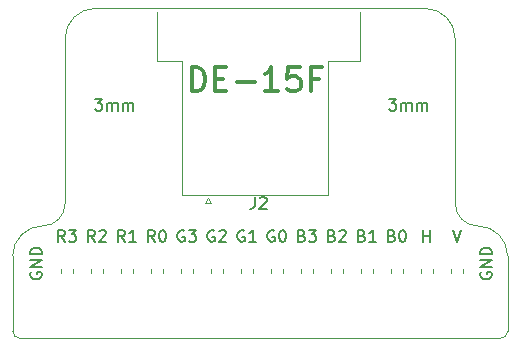
<source format=gbr>
G04 #@! TF.GenerationSoftware,KiCad,Pcbnew,5.1.7-a382d34a8~88~ubuntu20.04.1*
G04 #@! TF.CreationDate,2020-12-18T13:14:18-06:00*
G04 #@! TF.ProjectId,VGA,5647412e-6b69-4636-9164-5f7063625858,1.1*
G04 #@! TF.SameCoordinates,Original*
G04 #@! TF.FileFunction,Legend,Top*
G04 #@! TF.FilePolarity,Positive*
%FSLAX46Y46*%
G04 Gerber Fmt 4.6, Leading zero omitted, Abs format (unit mm)*
G04 Created by KiCad (PCBNEW 5.1.7-a382d34a8~88~ubuntu20.04.1) date 2020-12-18 13:14:18*
%MOMM*%
%LPD*%
G01*
G04 APERTURE LIST*
G04 #@! TA.AperFunction,Profile*
%ADD10C,0.050000*%
G04 #@! TD*
%ADD11C,0.300000*%
%ADD12C,0.150000*%
%ADD13C,0.120000*%
G04 APERTURE END LIST*
D10*
X139065000Y-123190000D02*
G75*
G02*
X137160000Y-125095000I-1905000J0D01*
G01*
X134620000Y-127635000D02*
G75*
G02*
X137160000Y-125095000I2540000J0D01*
G01*
X173990000Y-125095000D02*
G75*
G02*
X172085000Y-123190000I0J1905000D01*
G01*
X134620000Y-133985000D02*
X134620000Y-127635000D01*
X173990000Y-125095000D02*
G75*
G02*
X176530000Y-127635000I0J-2540000D01*
G01*
X176530000Y-133985000D02*
X176530000Y-127635000D01*
D11*
X149765428Y-113680761D02*
X149765428Y-111680761D01*
X150241619Y-111680761D01*
X150527333Y-111776000D01*
X150717809Y-111966476D01*
X150813047Y-112156952D01*
X150908285Y-112537904D01*
X150908285Y-112823619D01*
X150813047Y-113204571D01*
X150717809Y-113395047D01*
X150527333Y-113585523D01*
X150241619Y-113680761D01*
X149765428Y-113680761D01*
X151765428Y-112633142D02*
X152432095Y-112633142D01*
X152717809Y-113680761D02*
X151765428Y-113680761D01*
X151765428Y-111680761D01*
X152717809Y-111680761D01*
X153574952Y-112918857D02*
X155098761Y-112918857D01*
X157098761Y-113680761D02*
X155955904Y-113680761D01*
X156527333Y-113680761D02*
X156527333Y-111680761D01*
X156336857Y-111966476D01*
X156146380Y-112156952D01*
X155955904Y-112252190D01*
X158908285Y-111680761D02*
X157955904Y-111680761D01*
X157860666Y-112633142D01*
X157955904Y-112537904D01*
X158146380Y-112442666D01*
X158622571Y-112442666D01*
X158813047Y-112537904D01*
X158908285Y-112633142D01*
X159003523Y-112823619D01*
X159003523Y-113299809D01*
X158908285Y-113490285D01*
X158813047Y-113585523D01*
X158622571Y-113680761D01*
X158146380Y-113680761D01*
X157955904Y-113585523D01*
X157860666Y-113490285D01*
X160527333Y-112633142D02*
X159860666Y-112633142D01*
X159860666Y-113680761D02*
X159860666Y-111680761D01*
X160813047Y-111680761D01*
D12*
X136152000Y-129031904D02*
X136104380Y-129127142D01*
X136104380Y-129270000D01*
X136152000Y-129412857D01*
X136247238Y-129508095D01*
X136342476Y-129555714D01*
X136532952Y-129603333D01*
X136675809Y-129603333D01*
X136866285Y-129555714D01*
X136961523Y-129508095D01*
X137056761Y-129412857D01*
X137104380Y-129270000D01*
X137104380Y-129174761D01*
X137056761Y-129031904D01*
X137009142Y-128984285D01*
X136675809Y-128984285D01*
X136675809Y-129174761D01*
X137104380Y-128555714D02*
X136104380Y-128555714D01*
X137104380Y-127984285D01*
X136104380Y-127984285D01*
X137104380Y-127508095D02*
X136104380Y-127508095D01*
X136104380Y-127270000D01*
X136152000Y-127127142D01*
X136247238Y-127031904D01*
X136342476Y-126984285D01*
X136532952Y-126936666D01*
X136675809Y-126936666D01*
X136866285Y-126984285D01*
X136961523Y-127031904D01*
X137056761Y-127127142D01*
X137104380Y-127270000D01*
X137104380Y-127508095D01*
X174252000Y-129031904D02*
X174204380Y-129127142D01*
X174204380Y-129270000D01*
X174252000Y-129412857D01*
X174347238Y-129508095D01*
X174442476Y-129555714D01*
X174632952Y-129603333D01*
X174775809Y-129603333D01*
X174966285Y-129555714D01*
X175061523Y-129508095D01*
X175156761Y-129412857D01*
X175204380Y-129270000D01*
X175204380Y-129174761D01*
X175156761Y-129031904D01*
X175109142Y-128984285D01*
X174775809Y-128984285D01*
X174775809Y-129174761D01*
X175204380Y-128555714D02*
X174204380Y-128555714D01*
X175204380Y-127984285D01*
X174204380Y-127984285D01*
X175204380Y-127508095D02*
X174204380Y-127508095D01*
X174204380Y-127270000D01*
X174252000Y-127127142D01*
X174347238Y-127031904D01*
X174442476Y-126984285D01*
X174632952Y-126936666D01*
X174775809Y-126936666D01*
X174966285Y-126984285D01*
X175061523Y-127031904D01*
X175156761Y-127127142D01*
X175204380Y-127270000D01*
X175204380Y-127508095D01*
D10*
X139065000Y-109220000D02*
G75*
G02*
X141605000Y-106680000I2540000J0D01*
G01*
X169545000Y-106680000D02*
G75*
G02*
X172085000Y-109220000I0J-2540000D01*
G01*
X176530000Y-133985000D02*
G75*
G02*
X175895000Y-134620000I-635000J0D01*
G01*
X135255000Y-134620000D02*
G75*
G02*
X134620000Y-133985000I0J635000D01*
G01*
D12*
X166727238Y-125912571D02*
X166870095Y-125960190D01*
X166917714Y-126007809D01*
X166965333Y-126103047D01*
X166965333Y-126245904D01*
X166917714Y-126341142D01*
X166870095Y-126388761D01*
X166774857Y-126436380D01*
X166393904Y-126436380D01*
X166393904Y-125436380D01*
X166727238Y-125436380D01*
X166822476Y-125484000D01*
X166870095Y-125531619D01*
X166917714Y-125626857D01*
X166917714Y-125722095D01*
X166870095Y-125817333D01*
X166822476Y-125864952D01*
X166727238Y-125912571D01*
X166393904Y-125912571D01*
X167584380Y-125436380D02*
X167679619Y-125436380D01*
X167774857Y-125484000D01*
X167822476Y-125531619D01*
X167870095Y-125626857D01*
X167917714Y-125817333D01*
X167917714Y-126055428D01*
X167870095Y-126245904D01*
X167822476Y-126341142D01*
X167774857Y-126388761D01*
X167679619Y-126436380D01*
X167584380Y-126436380D01*
X167489142Y-126388761D01*
X167441523Y-126341142D01*
X167393904Y-126245904D01*
X167346285Y-126055428D01*
X167346285Y-125817333D01*
X167393904Y-125626857D01*
X167441523Y-125531619D01*
X167489142Y-125484000D01*
X167584380Y-125436380D01*
X164187238Y-125912571D02*
X164330095Y-125960190D01*
X164377714Y-126007809D01*
X164425333Y-126103047D01*
X164425333Y-126245904D01*
X164377714Y-126341142D01*
X164330095Y-126388761D01*
X164234857Y-126436380D01*
X163853904Y-126436380D01*
X163853904Y-125436380D01*
X164187238Y-125436380D01*
X164282476Y-125484000D01*
X164330095Y-125531619D01*
X164377714Y-125626857D01*
X164377714Y-125722095D01*
X164330095Y-125817333D01*
X164282476Y-125864952D01*
X164187238Y-125912571D01*
X163853904Y-125912571D01*
X165377714Y-126436380D02*
X164806285Y-126436380D01*
X165092000Y-126436380D02*
X165092000Y-125436380D01*
X164996761Y-125579238D01*
X164901523Y-125674476D01*
X164806285Y-125722095D01*
X161647238Y-125912571D02*
X161790095Y-125960190D01*
X161837714Y-126007809D01*
X161885333Y-126103047D01*
X161885333Y-126245904D01*
X161837714Y-126341142D01*
X161790095Y-126388761D01*
X161694857Y-126436380D01*
X161313904Y-126436380D01*
X161313904Y-125436380D01*
X161647238Y-125436380D01*
X161742476Y-125484000D01*
X161790095Y-125531619D01*
X161837714Y-125626857D01*
X161837714Y-125722095D01*
X161790095Y-125817333D01*
X161742476Y-125864952D01*
X161647238Y-125912571D01*
X161313904Y-125912571D01*
X162266285Y-125531619D02*
X162313904Y-125484000D01*
X162409142Y-125436380D01*
X162647238Y-125436380D01*
X162742476Y-125484000D01*
X162790095Y-125531619D01*
X162837714Y-125626857D01*
X162837714Y-125722095D01*
X162790095Y-125864952D01*
X162218666Y-126436380D01*
X162837714Y-126436380D01*
X159107238Y-125912571D02*
X159250095Y-125960190D01*
X159297714Y-126007809D01*
X159345333Y-126103047D01*
X159345333Y-126245904D01*
X159297714Y-126341142D01*
X159250095Y-126388761D01*
X159154857Y-126436380D01*
X158773904Y-126436380D01*
X158773904Y-125436380D01*
X159107238Y-125436380D01*
X159202476Y-125484000D01*
X159250095Y-125531619D01*
X159297714Y-125626857D01*
X159297714Y-125722095D01*
X159250095Y-125817333D01*
X159202476Y-125864952D01*
X159107238Y-125912571D01*
X158773904Y-125912571D01*
X159678666Y-125436380D02*
X160297714Y-125436380D01*
X159964380Y-125817333D01*
X160107238Y-125817333D01*
X160202476Y-125864952D01*
X160250095Y-125912571D01*
X160297714Y-126007809D01*
X160297714Y-126245904D01*
X160250095Y-126341142D01*
X160202476Y-126388761D01*
X160107238Y-126436380D01*
X159821523Y-126436380D01*
X159726285Y-126388761D01*
X159678666Y-126341142D01*
X156757714Y-125484000D02*
X156662476Y-125436380D01*
X156519619Y-125436380D01*
X156376761Y-125484000D01*
X156281523Y-125579238D01*
X156233904Y-125674476D01*
X156186285Y-125864952D01*
X156186285Y-126007809D01*
X156233904Y-126198285D01*
X156281523Y-126293523D01*
X156376761Y-126388761D01*
X156519619Y-126436380D01*
X156614857Y-126436380D01*
X156757714Y-126388761D01*
X156805333Y-126341142D01*
X156805333Y-126007809D01*
X156614857Y-126007809D01*
X157424380Y-125436380D02*
X157519619Y-125436380D01*
X157614857Y-125484000D01*
X157662476Y-125531619D01*
X157710095Y-125626857D01*
X157757714Y-125817333D01*
X157757714Y-126055428D01*
X157710095Y-126245904D01*
X157662476Y-126341142D01*
X157614857Y-126388761D01*
X157519619Y-126436380D01*
X157424380Y-126436380D01*
X157329142Y-126388761D01*
X157281523Y-126341142D01*
X157233904Y-126245904D01*
X157186285Y-126055428D01*
X157186285Y-125817333D01*
X157233904Y-125626857D01*
X157281523Y-125531619D01*
X157329142Y-125484000D01*
X157424380Y-125436380D01*
X154217714Y-125484000D02*
X154122476Y-125436380D01*
X153979619Y-125436380D01*
X153836761Y-125484000D01*
X153741523Y-125579238D01*
X153693904Y-125674476D01*
X153646285Y-125864952D01*
X153646285Y-126007809D01*
X153693904Y-126198285D01*
X153741523Y-126293523D01*
X153836761Y-126388761D01*
X153979619Y-126436380D01*
X154074857Y-126436380D01*
X154217714Y-126388761D01*
X154265333Y-126341142D01*
X154265333Y-126007809D01*
X154074857Y-126007809D01*
X155217714Y-126436380D02*
X154646285Y-126436380D01*
X154932000Y-126436380D02*
X154932000Y-125436380D01*
X154836761Y-125579238D01*
X154741523Y-125674476D01*
X154646285Y-125722095D01*
X151677714Y-125484000D02*
X151582476Y-125436380D01*
X151439619Y-125436380D01*
X151296761Y-125484000D01*
X151201523Y-125579238D01*
X151153904Y-125674476D01*
X151106285Y-125864952D01*
X151106285Y-126007809D01*
X151153904Y-126198285D01*
X151201523Y-126293523D01*
X151296761Y-126388761D01*
X151439619Y-126436380D01*
X151534857Y-126436380D01*
X151677714Y-126388761D01*
X151725333Y-126341142D01*
X151725333Y-126007809D01*
X151534857Y-126007809D01*
X152106285Y-125531619D02*
X152153904Y-125484000D01*
X152249142Y-125436380D01*
X152487238Y-125436380D01*
X152582476Y-125484000D01*
X152630095Y-125531619D01*
X152677714Y-125626857D01*
X152677714Y-125722095D01*
X152630095Y-125864952D01*
X152058666Y-126436380D01*
X152677714Y-126436380D01*
X149137714Y-125484000D02*
X149042476Y-125436380D01*
X148899619Y-125436380D01*
X148756761Y-125484000D01*
X148661523Y-125579238D01*
X148613904Y-125674476D01*
X148566285Y-125864952D01*
X148566285Y-126007809D01*
X148613904Y-126198285D01*
X148661523Y-126293523D01*
X148756761Y-126388761D01*
X148899619Y-126436380D01*
X148994857Y-126436380D01*
X149137714Y-126388761D01*
X149185333Y-126341142D01*
X149185333Y-126007809D01*
X148994857Y-126007809D01*
X149518666Y-125436380D02*
X150137714Y-125436380D01*
X149804380Y-125817333D01*
X149947238Y-125817333D01*
X150042476Y-125864952D01*
X150090095Y-125912571D01*
X150137714Y-126007809D01*
X150137714Y-126245904D01*
X150090095Y-126341142D01*
X150042476Y-126388761D01*
X149947238Y-126436380D01*
X149661523Y-126436380D01*
X149566285Y-126388761D01*
X149518666Y-126341142D01*
X146645333Y-126436380D02*
X146312000Y-125960190D01*
X146073904Y-126436380D02*
X146073904Y-125436380D01*
X146454857Y-125436380D01*
X146550095Y-125484000D01*
X146597714Y-125531619D01*
X146645333Y-125626857D01*
X146645333Y-125769714D01*
X146597714Y-125864952D01*
X146550095Y-125912571D01*
X146454857Y-125960190D01*
X146073904Y-125960190D01*
X147264380Y-125436380D02*
X147359619Y-125436380D01*
X147454857Y-125484000D01*
X147502476Y-125531619D01*
X147550095Y-125626857D01*
X147597714Y-125817333D01*
X147597714Y-126055428D01*
X147550095Y-126245904D01*
X147502476Y-126341142D01*
X147454857Y-126388761D01*
X147359619Y-126436380D01*
X147264380Y-126436380D01*
X147169142Y-126388761D01*
X147121523Y-126341142D01*
X147073904Y-126245904D01*
X147026285Y-126055428D01*
X147026285Y-125817333D01*
X147073904Y-125626857D01*
X147121523Y-125531619D01*
X147169142Y-125484000D01*
X147264380Y-125436380D01*
X144105333Y-126436380D02*
X143772000Y-125960190D01*
X143533904Y-126436380D02*
X143533904Y-125436380D01*
X143914857Y-125436380D01*
X144010095Y-125484000D01*
X144057714Y-125531619D01*
X144105333Y-125626857D01*
X144105333Y-125769714D01*
X144057714Y-125864952D01*
X144010095Y-125912571D01*
X143914857Y-125960190D01*
X143533904Y-125960190D01*
X145057714Y-126436380D02*
X144486285Y-126436380D01*
X144772000Y-126436380D02*
X144772000Y-125436380D01*
X144676761Y-125579238D01*
X144581523Y-125674476D01*
X144486285Y-125722095D01*
X141565333Y-126436380D02*
X141232000Y-125960190D01*
X140993904Y-126436380D02*
X140993904Y-125436380D01*
X141374857Y-125436380D01*
X141470095Y-125484000D01*
X141517714Y-125531619D01*
X141565333Y-125626857D01*
X141565333Y-125769714D01*
X141517714Y-125864952D01*
X141470095Y-125912571D01*
X141374857Y-125960190D01*
X140993904Y-125960190D01*
X141946285Y-125531619D02*
X141993904Y-125484000D01*
X142089142Y-125436380D01*
X142327238Y-125436380D01*
X142422476Y-125484000D01*
X142470095Y-125531619D01*
X142517714Y-125626857D01*
X142517714Y-125722095D01*
X142470095Y-125864952D01*
X141898666Y-126436380D01*
X142517714Y-126436380D01*
X139025333Y-126436380D02*
X138692000Y-125960190D01*
X138453904Y-126436380D02*
X138453904Y-125436380D01*
X138834857Y-125436380D01*
X138930095Y-125484000D01*
X138977714Y-125531619D01*
X139025333Y-125626857D01*
X139025333Y-125769714D01*
X138977714Y-125864952D01*
X138930095Y-125912571D01*
X138834857Y-125960190D01*
X138453904Y-125960190D01*
X139358666Y-125436380D02*
X139977714Y-125436380D01*
X139644380Y-125817333D01*
X139787238Y-125817333D01*
X139882476Y-125864952D01*
X139930095Y-125912571D01*
X139977714Y-126007809D01*
X139977714Y-126245904D01*
X139930095Y-126341142D01*
X139882476Y-126388761D01*
X139787238Y-126436380D01*
X139501523Y-126436380D01*
X139406285Y-126388761D01*
X139358666Y-126341142D01*
X169386285Y-126436380D02*
X169386285Y-125436380D01*
X169386285Y-125912571D02*
X169957714Y-125912571D01*
X169957714Y-126436380D02*
X169957714Y-125436380D01*
X171878666Y-125436380D02*
X172212000Y-126436380D01*
X172545333Y-125436380D01*
D10*
X139065000Y-109220000D02*
X139065000Y-123190000D01*
X169545000Y-106680000D02*
X141605000Y-106680000D01*
X172085000Y-123190000D02*
X172085000Y-109220000D01*
X135255000Y-134620000D02*
X175895000Y-134620000D01*
D13*
X164055000Y-106992000D02*
X164055000Y-111092000D01*
X164055000Y-111092000D02*
X161350000Y-111092000D01*
X161350000Y-111092000D02*
X161350000Y-122472000D01*
X161350000Y-122472000D02*
X148925000Y-122472000D01*
X148925000Y-122472000D02*
X148925000Y-111092000D01*
X148925000Y-111092000D02*
X146835000Y-111092000D01*
X146835000Y-111092000D02*
X146835000Y-106992000D01*
X151380000Y-123166338D02*
X150880000Y-123166338D01*
X150880000Y-123166338D02*
X151130000Y-122733325D01*
X151130000Y-122733325D02*
X151380000Y-123166338D01*
X171702000Y-128731733D02*
X171702000Y-129074267D01*
X172722000Y-128731733D02*
X172722000Y-129074267D01*
X169162000Y-128733733D02*
X169162000Y-129076267D01*
X170182000Y-128733733D02*
X170182000Y-129076267D01*
X166622000Y-128733733D02*
X166622000Y-129076267D01*
X167642000Y-128733733D02*
X167642000Y-129076267D01*
X164082000Y-128733733D02*
X164082000Y-129076267D01*
X165102000Y-128733733D02*
X165102000Y-129076267D01*
X161542000Y-128733733D02*
X161542000Y-129076267D01*
X162562000Y-128733733D02*
X162562000Y-129076267D01*
X159002000Y-128733733D02*
X159002000Y-129076267D01*
X160022000Y-128733733D02*
X160022000Y-129076267D01*
X156462000Y-128733733D02*
X156462000Y-129076267D01*
X157482000Y-128733733D02*
X157482000Y-129076267D01*
X153922000Y-128733733D02*
X153922000Y-129076267D01*
X154942000Y-128733733D02*
X154942000Y-129076267D01*
X151382000Y-128733733D02*
X151382000Y-129076267D01*
X152402000Y-128733733D02*
X152402000Y-129076267D01*
X148842000Y-128733733D02*
X148842000Y-129076267D01*
X149862000Y-128733733D02*
X149862000Y-129076267D01*
X146302000Y-128733733D02*
X146302000Y-129076267D01*
X147322000Y-128733733D02*
X147322000Y-129076267D01*
X143762000Y-128733733D02*
X143762000Y-129076267D01*
X144782000Y-128733733D02*
X144782000Y-129076267D01*
X141222000Y-128733733D02*
X141222000Y-129076267D01*
X142242000Y-128733733D02*
X142242000Y-129076267D01*
X138682000Y-128733733D02*
X138682000Y-129076267D01*
X139702000Y-128733733D02*
X139702000Y-129076267D01*
D12*
X166481333Y-114324380D02*
X167100380Y-114324380D01*
X166767047Y-114705333D01*
X166909904Y-114705333D01*
X167005142Y-114752952D01*
X167052761Y-114800571D01*
X167100380Y-114895809D01*
X167100380Y-115133904D01*
X167052761Y-115229142D01*
X167005142Y-115276761D01*
X166909904Y-115324380D01*
X166624190Y-115324380D01*
X166528952Y-115276761D01*
X166481333Y-115229142D01*
X167528952Y-115324380D02*
X167528952Y-114657714D01*
X167528952Y-114752952D02*
X167576571Y-114705333D01*
X167671809Y-114657714D01*
X167814666Y-114657714D01*
X167909904Y-114705333D01*
X167957523Y-114800571D01*
X167957523Y-115324380D01*
X167957523Y-114800571D02*
X168005142Y-114705333D01*
X168100380Y-114657714D01*
X168243238Y-114657714D01*
X168338476Y-114705333D01*
X168386095Y-114800571D01*
X168386095Y-115324380D01*
X168862285Y-115324380D02*
X168862285Y-114657714D01*
X168862285Y-114752952D02*
X168909904Y-114705333D01*
X169005142Y-114657714D01*
X169148000Y-114657714D01*
X169243238Y-114705333D01*
X169290857Y-114800571D01*
X169290857Y-115324380D01*
X169290857Y-114800571D02*
X169338476Y-114705333D01*
X169433714Y-114657714D01*
X169576571Y-114657714D01*
X169671809Y-114705333D01*
X169719428Y-114800571D01*
X169719428Y-115324380D01*
X141589333Y-114324380D02*
X142208380Y-114324380D01*
X141875047Y-114705333D01*
X142017904Y-114705333D01*
X142113142Y-114752952D01*
X142160761Y-114800571D01*
X142208380Y-114895809D01*
X142208380Y-115133904D01*
X142160761Y-115229142D01*
X142113142Y-115276761D01*
X142017904Y-115324380D01*
X141732190Y-115324380D01*
X141636952Y-115276761D01*
X141589333Y-115229142D01*
X142636952Y-115324380D02*
X142636952Y-114657714D01*
X142636952Y-114752952D02*
X142684571Y-114705333D01*
X142779809Y-114657714D01*
X142922666Y-114657714D01*
X143017904Y-114705333D01*
X143065523Y-114800571D01*
X143065523Y-115324380D01*
X143065523Y-114800571D02*
X143113142Y-114705333D01*
X143208380Y-114657714D01*
X143351238Y-114657714D01*
X143446476Y-114705333D01*
X143494095Y-114800571D01*
X143494095Y-115324380D01*
X143970285Y-115324380D02*
X143970285Y-114657714D01*
X143970285Y-114752952D02*
X144017904Y-114705333D01*
X144113142Y-114657714D01*
X144256000Y-114657714D01*
X144351238Y-114705333D01*
X144398857Y-114800571D01*
X144398857Y-115324380D01*
X144398857Y-114800571D02*
X144446476Y-114705333D01*
X144541714Y-114657714D01*
X144684571Y-114657714D01*
X144779809Y-114705333D01*
X144827428Y-114800571D01*
X144827428Y-115324380D01*
X155111666Y-122664380D02*
X155111666Y-123378666D01*
X155064047Y-123521523D01*
X154968809Y-123616761D01*
X154825952Y-123664380D01*
X154730714Y-123664380D01*
X155540238Y-122759619D02*
X155587857Y-122712000D01*
X155683095Y-122664380D01*
X155921190Y-122664380D01*
X156016428Y-122712000D01*
X156064047Y-122759619D01*
X156111666Y-122854857D01*
X156111666Y-122950095D01*
X156064047Y-123092952D01*
X155492619Y-123664380D01*
X156111666Y-123664380D01*
M02*

</source>
